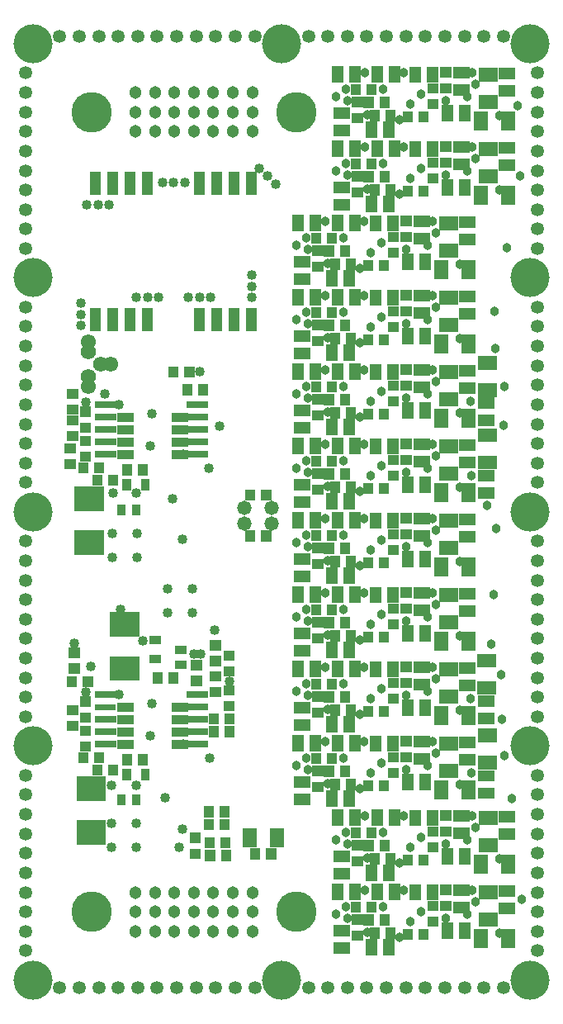
<source format=gbr>
G04 start of page 12 for group -4062 idx -4062 *
G04 Title: HETPREAMPS, soldermask *
G04 Creator: pcb 1.99z *
G04 CreationDate: Do 09 Apr 2015 07:40:17 GMT UTC *
G04 For: stephan *
G04 Format: Gerber/RS-274X *
G04 PCB-Dimensions (mil): 2952.76 4724.41 *
G04 PCB-Coordinate-Origin: lower left *
%MOIN*%
%FSLAX25Y25*%
%LNBOTTOMMASK*%
%ADD190R,0.0260X0.0260*%
%ADD189R,0.0360X0.0360*%
%ADD188R,0.0240X0.0240*%
%ADD187R,0.0987X0.0987*%
%ADD186R,0.0340X0.0340*%
%ADD185R,0.0420X0.0420*%
%ADD184R,0.0560X0.0560*%
%ADD183R,0.0410X0.0410*%
%ADD182R,0.0460X0.0460*%
%ADD181C,0.0610*%
%ADD180C,0.0580*%
%ADD179C,0.0400*%
%ADD178C,0.0380*%
%ADD177C,0.0613*%
%ADD176C,0.1575*%
%ADD175C,0.0531*%
%ADD174C,0.1635*%
%ADD173C,0.0513*%
G54D173*X135828Y66930D03*
X127954D03*
X120080D03*
G54D174*X153544Y74804D03*
G54D173*X135828D03*
X127954Y82678D03*
X120080D03*
X112206D03*
X104331D03*
X135828D03*
X127954Y74804D03*
X120080D03*
X112206D03*
X104331D03*
X96457D03*
X112206Y66930D03*
X104331D03*
X96457D03*
X88583D03*
Y82678D03*
Y74804D03*
X96457Y82678D03*
G54D174*X70867Y74804D03*
G54D175*X58071Y44291D03*
X65945D03*
X73819D03*
X81693D03*
X89567D03*
G54D176*X47244Y47244D03*
G54D175*X97441Y44291D03*
X105315D03*
X113189D03*
X121063D03*
X128937D03*
X136811D03*
X158465D03*
G54D176*X147638Y47244D03*
G54D175*X44291Y59055D03*
Y66929D03*
Y74803D03*
Y82677D03*
Y90551D03*
Y98425D03*
Y106299D03*
Y114173D03*
G54D174*X70865Y397638D03*
G54D175*X58071Y428150D03*
X65945D03*
X73819D03*
G54D173*X112204Y405512D03*
Y397638D03*
X120078Y405512D03*
Y397638D03*
Y389764D03*
X127952Y405512D03*
Y397638D03*
Y389764D03*
X135826Y405512D03*
Y397638D03*
G54D174*X153543D03*
G54D173*X135826Y389764D03*
G54D175*X250984D03*
Y397638D03*
Y405512D03*
Y413386D03*
G54D173*X112204Y389764D03*
X88582Y405512D03*
X96456D03*
X88582Y397638D03*
X104330Y405512D03*
X96456Y397638D03*
X104330D03*
X96456Y389764D03*
X104330D03*
X88582D03*
G54D175*X81693Y428150D03*
X89567D03*
X97441D03*
X105315D03*
X113189D03*
X121063D03*
X128937D03*
X136811D03*
X158465D03*
G54D176*X147638Y425197D03*
G54D175*X166339Y428150D03*
X174213D03*
X182087D03*
X189961D03*
X197835D03*
X205709D03*
X213583D03*
X221457D03*
X229331D03*
X237205D03*
G54D176*X248031Y425197D03*
G54D175*X166339Y44291D03*
X174213D03*
X182087D03*
X189961D03*
X197835D03*
X205709D03*
X213583D03*
X221457D03*
X229331D03*
X237205D03*
X250984Y59055D03*
Y66929D03*
Y74803D03*
Y82677D03*
Y90551D03*
Y98425D03*
Y106299D03*
G54D176*X248031Y47244D03*
G54D175*X250984Y114173D03*
Y122047D03*
Y129921D03*
Y153543D03*
G54D176*X248031Y141732D03*
G54D175*X250984Y161417D03*
Y169291D03*
Y177165D03*
Y185039D03*
Y192913D03*
Y200787D03*
Y208661D03*
Y216535D03*
Y224409D03*
G54D176*X248031Y236220D03*
G54D175*X250984Y248031D03*
Y255906D03*
Y263780D03*
Y271654D03*
Y279528D03*
Y287402D03*
Y295276D03*
Y303150D03*
Y311024D03*
Y318898D03*
Y342520D03*
Y350394D03*
G54D176*X248031Y330709D03*
G54D175*X250984Y358268D03*
Y366142D03*
Y374016D03*
Y381890D03*
X44291Y122047D03*
Y129921D03*
Y153543D03*
Y161417D03*
Y169291D03*
G54D176*X47244Y141732D03*
G54D175*X44291Y177165D03*
Y185039D03*
Y192913D03*
Y200787D03*
Y208661D03*
Y216535D03*
Y224409D03*
G54D176*X47244Y236220D03*
Y330709D03*
Y425197D03*
G54D175*X44291Y248031D03*
Y255906D03*
Y263780D03*
Y271654D03*
Y279528D03*
Y287402D03*
G54D177*X69500Y290941D03*
X74500Y295941D03*
X69500Y300941D03*
G54D175*X44291Y295276D03*
Y303150D03*
Y311024D03*
Y318898D03*
Y342520D03*
Y350394D03*
Y358268D03*
Y366142D03*
Y374016D03*
Y381890D03*
Y389764D03*
Y397638D03*
Y405512D03*
Y413386D03*
G54D178*X237500Y137941D03*
X210000Y138941D03*
X219500Y156191D03*
X188000Y134691D03*
X198000Y132191D03*
X206500Y133691D03*
X183750Y130941D03*
X240500Y120441D03*
X244750Y79691D03*
X235500Y96191D03*
X195250Y64441D03*
X235500Y66191D03*
X224500Y83441D03*
X197000D03*
X222500Y73691D03*
X226000Y78941D03*
X214000Y72191D03*
X204000Y74691D03*
Y104691D03*
X195250Y94441D03*
X199750Y100941D03*
X214000Y102191D03*
X224500Y113441D03*
X226000Y108941D03*
X222500Y103691D03*
X219500Y126191D03*
X199750Y70941D03*
X182250Y66441D03*
X188750Y76691D03*
X197000Y113441D03*
X188750Y106691D03*
X182250Y96441D03*
X181250Y83441D03*
X173500Y76941D03*
X174250Y72191D03*
X169750Y73691D03*
Y103691D03*
X174250Y102191D03*
X173500Y106941D03*
X181250Y113441D03*
X179250Y124441D03*
G54D179*X100500Y120691D03*
G54D178*X166250Y126441D03*
G54D179*X108000Y142441D03*
X118500Y136941D03*
X107500Y108191D03*
X89000Y110441D03*
X106250Y100941D03*
X89000Y100691D03*
X94750Y145941D03*
X79000Y100691D03*
Y110441D03*
G54D178*X224000Y280941D03*
X224250Y250941D03*
Y130941D03*
X224000Y160941D03*
X237500Y286941D03*
X237250Y271191D03*
X230750Y238941D03*
X234250Y229441D03*
X233250Y202691D03*
X232250Y182941D03*
X236250Y170441D03*
X236500Y152441D03*
X243000Y400191D03*
X244000Y371691D03*
X238750Y342691D03*
X233500Y317191D03*
X234000Y302191D03*
X235500Y366191D03*
Y396191D03*
X224500Y383441D03*
Y413441D03*
X226000Y408941D03*
X222500Y403691D03*
X226000Y378941D03*
X222500Y373691D03*
X153750Y133691D03*
Y163691D03*
X158250Y162191D03*
Y132191D03*
X157500Y136941D03*
X172750Y136691D03*
X157500Y166941D03*
X165250Y173441D03*
X172750Y166691D03*
X166250Y156441D03*
G54D179*X79000Y125941D03*
X89000D03*
X126500Y167941D03*
X70750Y173691D03*
X68500Y163441D03*
X82000Y162441D03*
X95250Y158941D03*
G54D178*X181000Y143441D03*
X208500D03*
X165250D03*
X181000Y173441D03*
X208500D03*
X179250Y154441D03*
X188000Y164691D03*
X198000Y162191D03*
X210000Y168941D03*
X206500Y163691D03*
X183750Y160941D03*
X153750Y193691D03*
X158250Y192191D03*
X157500Y196941D03*
X165250Y203441D03*
X172750Y196691D03*
X166250Y186441D03*
X181000Y203441D03*
X179250Y184441D03*
X181000Y233441D03*
X179250Y214441D03*
X153750Y223691D03*
X158250Y222191D03*
X157500Y226941D03*
X165250Y233441D03*
X172750Y226691D03*
X166250Y216441D03*
G54D180*X143750Y231441D03*
Y237941D03*
X132750Y231441D03*
Y237941D03*
G54D179*X82500Y196691D03*
X64000Y183191D03*
X91500Y184191D03*
X115000Y178691D03*
X120750Y188441D03*
X112250Y178691D03*
X111750Y195441D03*
Y205191D03*
X101750D03*
X107500Y225191D03*
X101750Y195441D03*
X79750Y243691D03*
X79250Y217691D03*
Y227441D03*
X89000Y243691D03*
X89250Y227441D03*
Y217691D03*
X103500Y241441D03*
X108000Y259441D03*
X94750Y262941D03*
X118250Y253941D03*
X122500Y270691D03*
G54D178*X219500Y186191D03*
Y216191D03*
Y246191D03*
Y276191D03*
X188000Y194691D03*
X198000Y192191D03*
X208500Y203441D03*
X210000Y198941D03*
X206500Y193691D03*
X183750Y190941D03*
X210000Y228941D03*
X206500Y223691D03*
X153750Y253691D03*
Y283691D03*
X158250Y282191D03*
Y252191D03*
X157500Y256941D03*
X165250Y263441D03*
X172750Y256691D03*
X166250Y246441D03*
X181000Y263441D03*
X179250Y244441D03*
X181000Y293441D03*
X179250Y274441D03*
X188000Y224691D03*
X183750Y220941D03*
X188000Y254691D03*
X183750Y250941D03*
X188000Y284691D03*
X183750Y280941D03*
X198000Y222191D03*
Y252191D03*
Y282191D03*
X208500Y233441D03*
Y263441D03*
X210000Y258941D03*
X206500Y253691D03*
X208500Y293441D03*
X210000Y288941D03*
X206500Y283691D03*
X157500Y286941D03*
X153750Y313691D03*
X158250Y312191D03*
X157500Y316941D03*
X153750Y343691D03*
X158250Y342191D03*
X165250Y293441D03*
X166250Y276441D03*
X165250Y323441D03*
X166250Y306441D03*
Y336441D03*
X172750Y286691D03*
Y316691D03*
X181000Y323441D03*
X179250Y304441D03*
X181000Y353441D03*
X179250Y334441D03*
X219500Y306191D03*
Y336191D03*
X188000Y314691D03*
X183750Y310941D03*
X188000Y344691D03*
X183750Y340941D03*
X198000Y312191D03*
X208500Y323441D03*
X210000Y318941D03*
X206500Y313691D03*
X198000Y342191D03*
X208500Y353441D03*
X210000Y348941D03*
X206500Y343691D03*
X157500Y346941D03*
X172750Y346691D03*
X165250Y353441D03*
X169750Y373691D03*
X174250Y372191D03*
X173500Y376941D03*
X169750Y403691D03*
X174250Y402191D03*
X173500Y406941D03*
G54D179*X138750Y374691D03*
X142000Y371691D03*
X145250Y368441D03*
G54D178*X197000Y383441D03*
X195250Y364441D03*
X181250Y383441D03*
X188750Y376691D03*
X182250Y366441D03*
X204000Y374691D03*
X214000Y372191D03*
X199750Y370941D03*
X197000Y413441D03*
X204000Y404691D03*
X188750Y406691D03*
X199750Y400941D03*
X214000Y402191D03*
X195250Y394441D03*
X182250Y396441D03*
X181250Y413441D03*
G54D179*X108500Y369191D03*
X104000D03*
X99500D03*
X78000Y360191D03*
X73500D03*
X69000D03*
X119000Y322691D03*
X135500D03*
Y327191D03*
Y331691D03*
X114500Y322691D03*
Y292691D03*
X110000Y322691D03*
X98000D03*
X93500D03*
X89000D03*
X66500Y311441D03*
Y315941D03*
Y320441D03*
X82000Y279441D03*
X95250Y275941D03*
X68500Y280441D03*
X76250Y283691D03*
G54D181*X69500Y286941D03*
Y304941D03*
X78500Y295941D03*
G54D182*X171000Y397191D02*X173000D01*
G54D183*X185300Y396391D02*Y395991D01*
X191700Y396391D02*Y395991D01*
X178050Y395241D02*X178450D01*
G54D182*X184000Y391441D02*Y389441D01*
X191000Y391441D02*Y389441D01*
X171000Y390191D02*X173000D01*
X177250Y353941D02*Y351941D01*
Y383941D02*Y381941D01*
G54D183*X177550Y376891D02*Y376491D01*
G54D182*X170250Y383941D02*Y381941D01*
X171000Y360191D02*X173000D01*
G54D183*X178050Y371641D02*X178450D01*
X178050Y365241D02*X178450D01*
G54D182*X192750Y353691D02*Y351691D01*
X185750Y353691D02*Y351691D01*
G54D183*X185300Y366391D02*Y365991D01*
G54D182*X184000Y361441D02*Y359441D01*
X191000Y361441D02*Y359441D01*
X161250Y353941D02*Y351941D01*
X154250Y353941D02*Y351941D01*
X170250Y353941D02*Y351941D01*
X171000Y367191D02*X173000D01*
X193250Y383941D02*Y381941D01*
X186250Y383941D02*Y381941D01*
G54D183*X183950Y376891D02*Y376491D01*
X189200Y371641D02*Y371241D01*
X182800Y371641D02*Y371241D01*
X191700Y366391D02*Y365991D01*
G54D182*X177250Y413941D02*Y411941D01*
G54D183*X177550Y406891D02*Y406491D01*
X183950Y406891D02*Y406491D01*
X178050Y401641D02*X178450D01*
G54D182*X170250Y413941D02*Y411941D01*
X193250Y413941D02*Y411941D01*
X186250Y413941D02*Y411941D01*
G54D183*X189200Y401641D02*Y401241D01*
X182800Y401641D02*Y401241D01*
G54D184*X230000Y382691D02*X232000D01*
X230000Y371691D02*X232000D01*
G54D182*X237750Y383191D02*X239750D01*
X237750Y376191D02*X239750D01*
G54D184*X239250Y394941D02*Y392941D01*
G54D182*X237750Y406191D02*X239750D01*
X221750Y353191D02*X223750D01*
G54D184*X228250Y364941D02*Y362941D01*
X239250Y364941D02*Y362941D01*
X214000Y352691D02*X216000D01*
G54D183*X197800Y353641D02*X198200D01*
G54D182*X203250Y353441D02*X205250D01*
G54D183*X198550Y365891D02*Y365491D01*
X204950Y365891D02*Y365491D01*
X208550Y370741D02*X208950D01*
G54D182*X221750Y368191D02*Y366191D01*
X214750Y368191D02*Y366191D01*
X219250Y376441D02*X221250D01*
X219250Y383441D02*X221250D01*
G54D183*X213800Y377241D02*X214200D01*
X208550Y377141D02*X208950D01*
X213800Y383641D02*X214200D01*
G54D182*X201750Y383691D02*Y381691D01*
X208750Y383691D02*Y381691D01*
X214750Y398191D02*Y396191D01*
G54D183*X213800Y407241D02*X214200D01*
X208550Y407141D02*X208950D01*
X208550Y400741D02*X208950D01*
X198550Y395891D02*Y395491D01*
X204950Y395891D02*Y395491D01*
X213800Y413641D02*X214200D01*
G54D182*X219250Y413441D02*X221250D01*
X201750Y413691D02*Y411691D01*
X208750Y413691D02*Y411691D01*
G54D184*X228250Y394941D02*Y392941D01*
G54D182*X221750Y398191D02*Y396191D01*
X219250Y406441D02*X221250D01*
G54D184*X230000Y412691D02*X232000D01*
G54D182*X237750Y413191D02*X239750D01*
G54D184*X230000Y401691D02*X232000D01*
G54D185*X72500Y371441D02*Y366441D01*
X79500Y371441D02*Y366441D01*
X86500Y371441D02*Y366441D01*
X93500Y371441D02*Y366441D01*
X114500Y371441D02*Y366441D01*
X121500Y371441D02*Y366441D01*
X128500Y371441D02*Y366441D01*
X135500Y371441D02*Y366441D01*
G54D182*X161250Y173941D02*Y171941D01*
X154250Y173941D02*Y171941D01*
X155000Y180191D02*X157000D01*
G54D183*X161550Y166891D02*Y166491D01*
X162050Y161641D02*X162450D01*
X162050Y155241D02*X162450D01*
G54D182*X155000Y157191D02*X157000D01*
X155000Y150191D02*X157000D01*
G54D183*X167950Y136891D02*Y136491D01*
X166800Y131641D02*Y131241D01*
G54D182*X168000Y121441D02*Y119441D01*
G54D183*X173200Y131641D02*Y131241D01*
X169300Y126391D02*Y125991D01*
G54D182*X168000Y181441D02*Y179441D01*
X175000Y181441D02*Y179441D01*
X161250Y143941D02*Y141941D01*
X154250Y143941D02*Y141941D01*
G54D183*X161550Y136891D02*Y136491D01*
X162050Y131641D02*X162450D01*
X162050Y125241D02*X162450D01*
G54D182*X155000Y127191D02*X157000D01*
X155000Y120191D02*X157000D01*
G54D184*X229750Y134941D02*X231750D01*
G54D182*X229250Y129691D02*X231250D01*
X229250Y152941D02*X231250D01*
G54D184*X229750Y145941D02*X231750D01*
X223250Y154941D02*Y152941D01*
X214000Y131691D02*X216000D01*
G54D182*X221750Y143191D02*X223750D01*
X221750Y136191D02*X223750D01*
G54D183*X183950Y106891D02*Y106491D01*
X213800Y107241D02*X214200D01*
X208550Y107141D02*X208950D01*
G54D182*X193250Y113941D02*Y111941D01*
X201750Y113691D02*Y111691D01*
G54D183*X213800Y113641D02*X214200D01*
G54D182*X219250Y113441D02*X221250D01*
X208750Y113691D02*Y111691D01*
G54D184*X223250Y124941D02*Y122941D01*
G54D183*X197800Y137241D02*X198200D01*
X197800Y143641D02*X198200D01*
G54D182*X203250Y136441D02*X205250D01*
X203250Y143441D02*X205250D01*
X192750Y143691D02*Y141691D01*
G54D183*X192550Y137141D02*X192950D01*
X192550Y130741D02*X192950D01*
G54D184*X212250Y124941D02*Y122941D01*
G54D182*X205750Y128191D02*Y126191D01*
X198750Y128191D02*Y126191D01*
G54D184*X229500Y165191D02*X231500D01*
G54D182*X229250Y159941D02*X231250D01*
G54D184*X214000Y142691D02*X216000D01*
X212250Y154941D02*Y152941D01*
X214000Y161691D02*X216000D01*
G54D182*X221750Y166191D02*X223750D01*
X198750Y158191D02*Y156191D01*
G54D183*X197800Y167241D02*X198200D01*
X197800Y173641D02*X198200D01*
G54D182*X192750Y173691D02*Y171691D01*
G54D183*X192550Y167141D02*X192950D01*
X192550Y160741D02*X192950D01*
G54D184*X229500Y176191D02*X231500D01*
G54D182*X221750Y173191D02*X223750D01*
X205750Y158191D02*Y156191D01*
X203250Y166441D02*X205250D01*
X203250Y173441D02*X205250D01*
G54D184*X214000Y172691D02*X216000D01*
X212250Y184941D02*Y182941D01*
X223250Y184941D02*Y182941D01*
G54D182*X177250Y113941D02*Y111941D01*
X170250Y113941D02*Y111941D01*
X186250Y113941D02*Y111941D01*
G54D183*X177550Y106891D02*Y106491D01*
G54D182*X177250Y143941D02*Y141941D01*
X185750Y143691D02*Y141691D01*
G54D183*X182550Y155891D02*Y155491D01*
X188950Y155891D02*Y155491D01*
G54D182*X175000Y151441D02*Y149441D01*
X170250Y143941D02*Y141941D01*
G54D183*X175700Y126391D02*Y125991D01*
X182550Y125891D02*Y125491D01*
X188950Y125891D02*Y125491D01*
G54D182*X175000Y121441D02*Y119441D01*
X168000Y151441D02*Y149441D01*
X177250Y173941D02*Y171941D01*
X185750Y173691D02*Y171691D01*
X170250Y173941D02*Y171941D01*
G54D183*X167950Y166891D02*Y166491D01*
X166800Y161641D02*Y161241D01*
X173200Y161641D02*Y161241D01*
X169300Y156391D02*Y155991D01*
X175700Y156391D02*Y155991D01*
X113050Y167991D02*X113450D01*
X113050Y174391D02*X113450D01*
G54D186*X106300Y180641D02*X107500D01*
X106300Y174641D02*X107500D01*
G54D183*X103950Y169391D02*Y168991D01*
X120300Y147641D02*Y147241D01*
X126700Y147641D02*Y147241D01*
X120300Y152891D02*Y152491D01*
X126700Y152891D02*Y152491D01*
X126300Y157741D02*X126700D01*
X126300Y164141D02*X126700D01*
X120800Y169891D02*X121200D01*
X120800Y163491D02*X121200D01*
X120800Y182391D02*X121200D01*
X120800Y175991D02*X121200D01*
X126300Y171741D02*X126700D01*
X126300Y178141D02*X126700D01*
X63800Y179391D02*X64200D01*
G54D187*X83266Y173083D02*X85234D01*
G54D183*X63800Y172991D02*X64200D01*
X69450Y167891D02*Y167491D01*
X63050Y167891D02*Y167491D01*
G54D186*X96100Y184441D02*X97300D01*
X96100Y176841D02*X97300D01*
G54D183*X97550Y169391D02*Y168991D01*
X79700Y132141D02*Y131741D01*
X85300Y136391D02*Y135991D01*
X91700Y136391D02*Y135991D01*
X68300Y159641D02*X68700D01*
X68300Y153241D02*X68700D01*
G54D188*X73500Y157441D02*X79500D01*
G54D189*X83250Y147441D02*X86250D01*
X83250Y152441D02*X86250D01*
X83250Y142441D02*X86250D01*
X83250Y157441D02*X86250D01*
G54D190*X73500Y162441D02*X79500D01*
G54D189*X105250Y142441D02*X108250D01*
G54D190*X110500Y162441D02*X116500D01*
X110500Y157441D02*X116500D01*
G54D189*X105250Y152441D02*X108250D01*
X105250Y147441D02*X108250D01*
X105250Y157441D02*X108250D01*
G54D183*X73300Y132141D02*Y131741D01*
X73950Y137141D02*Y136741D01*
G54D187*X69766Y124549D02*X71734D01*
G54D183*X67550Y137141D02*Y136741D01*
X68300Y147891D02*X68700D01*
X68300Y141491D02*X68700D01*
X63050Y156141D02*X63450D01*
X63050Y149741D02*X63450D01*
G54D190*X73500Y142441D02*X79500D01*
X73500Y147441D02*X79500D01*
X73500Y152441D02*X79500D01*
X110500Y147441D02*X116500D01*
X110500Y142441D02*X116500D01*
X110500Y152441D02*X116500D01*
G54D186*X92750Y130841D02*Y129641D01*
X85150Y130841D02*Y129641D01*
G54D187*X69766Y106833D02*X71734D01*
G54D186*X88950Y120641D02*Y119441D01*
X82950Y120641D02*Y119441D01*
G54D183*X112550Y98241D02*X112950D01*
X118800Y97641D02*Y97241D01*
X125200Y97641D02*Y97241D01*
X137050Y98391D02*Y97991D01*
X143450Y98391D02*Y97991D01*
X112550Y104641D02*X112950D01*
G54D184*X145750Y105691D02*Y103691D01*
X134750Y105691D02*Y103691D01*
G54D183*X118550Y102891D02*Y102491D01*
X118300Y110141D02*Y109741D01*
X124950Y102891D02*Y102491D01*
X124700Y110141D02*Y109741D01*
X118300Y115391D02*Y114991D01*
X124700Y115391D02*Y114991D01*
G54D184*X230000Y101691D02*X232000D01*
X228250Y94941D02*Y92941D01*
X239250Y94941D02*Y92941D01*
G54D182*X229250Y122691D02*X231250D01*
G54D184*X230000Y112691D02*X232000D01*
G54D182*X237750Y113191D02*X239750D01*
X237750Y106191D02*X239750D01*
X221750Y98191D02*Y96191D01*
X219250Y106441D02*X221250D01*
X237750Y83191D02*X239750D01*
X237750Y76191D02*X239750D01*
G54D184*X239250Y64941D02*Y62941D01*
X230000Y82691D02*X232000D01*
X230000Y71691D02*X232000D01*
G54D182*X221750Y68191D02*Y66191D01*
G54D184*X228250Y64941D02*Y62941D01*
G54D182*X219250Y76441D02*X221250D01*
X219250Y83441D02*X221250D01*
X171000Y97191D02*X173000D01*
X171000Y90191D02*X173000D01*
G54D183*X178050Y95241D02*X178450D01*
G54D182*X171000Y67191D02*X173000D01*
X171000Y60191D02*X173000D01*
G54D183*X178050Y71641D02*X178450D01*
X177550Y76891D02*Y76491D01*
X178050Y65241D02*X178450D01*
G54D182*X177250Y83941D02*Y81941D01*
X184000Y61441D02*Y59441D01*
X191000Y61441D02*Y59441D01*
G54D183*X185300Y66391D02*Y65991D01*
X191700Y66391D02*Y65991D01*
X183950Y76891D02*Y76491D01*
X189200Y71641D02*Y71241D01*
X182800Y71641D02*Y71241D01*
G54D182*X193250Y83941D02*Y81941D01*
X186250Y83941D02*Y81941D01*
X170250Y83941D02*Y81941D01*
G54D183*X198550Y65891D02*Y65491D01*
G54D182*X201750Y83691D02*Y81691D01*
G54D183*X213800Y77241D02*X214200D01*
G54D182*X214750Y68191D02*Y66191D01*
G54D183*X208550Y77141D02*X208950D01*
X208550Y70741D02*X208950D01*
X204950Y65891D02*Y65491D01*
X189200Y101641D02*Y101241D01*
X182800Y101641D02*Y101241D01*
X178050Y101641D02*X178450D01*
X185300Y96391D02*Y95991D01*
G54D182*X184000Y91441D02*Y89441D01*
G54D183*X191700Y96391D02*Y95991D01*
G54D182*X191000Y91441D02*Y89441D01*
G54D183*X198550Y95891D02*Y95491D01*
X213800Y83641D02*X214200D01*
G54D182*X208750Y83691D02*Y81691D01*
G54D183*X204950Y95891D02*Y95491D01*
X208550Y100741D02*X208950D01*
G54D182*X214750Y98191D02*Y96191D01*
G54D183*X67550Y254141D02*Y253741D01*
X62050Y255491D02*X62450D01*
X62050Y261891D02*X62450D01*
G54D189*X83250Y274441D02*X86250D01*
G54D187*X69016Y223833D02*X70984D01*
G54D183*X68300Y276641D02*X68700D01*
X68300Y270241D02*X68700D01*
X68300Y264891D02*X68700D01*
X68300Y258491D02*X68700D01*
X73950Y254141D02*Y253741D01*
G54D190*X73500Y279441D02*X79500D01*
G54D183*X63050Y273141D02*X63450D01*
X63050Y266741D02*X63450D01*
G54D186*X85150Y247841D02*Y246641D01*
X82950Y237641D02*Y236441D01*
G54D183*X85300Y253391D02*Y252991D01*
X79700Y249141D02*Y248741D01*
G54D187*X83266Y190799D02*X85234D01*
G54D189*X83250Y264441D02*X86250D01*
X83250Y269441D02*X86250D01*
X83250Y259441D02*X86250D01*
G54D183*X73300Y249141D02*Y248741D01*
G54D187*X69016Y241549D02*X70984D01*
G54D185*X93500Y316441D02*Y311441D01*
X86500Y316441D02*Y311441D01*
X79500Y316441D02*Y311441D01*
X72500Y316441D02*Y311441D01*
X135500Y316441D02*Y311441D01*
X128500Y316441D02*Y311441D01*
X121500Y316441D02*Y311441D01*
X114500Y316441D02*Y311441D01*
G54D183*X110450Y292891D02*Y292491D01*
G54D190*X110500Y264441D02*X116500D01*
X110500Y259441D02*X116500D01*
G54D189*X105250D02*X108250D01*
X105250Y264441D02*X108250D01*
G54D183*X109550Y285641D02*Y285241D01*
X115950Y285641D02*Y285241D01*
G54D190*X110500Y279441D02*X116500D01*
X110500Y274441D02*X116500D01*
X110500Y269441D02*X116500D01*
G54D189*X105250D02*X108250D01*
X105250Y274441D02*X108250D01*
G54D183*X104050Y292891D02*Y292491D01*
X63050Y283891D02*X63450D01*
X63050Y277491D02*X63450D01*
G54D190*X73500Y259441D02*X79500D01*
X73500Y264441D02*X79500D01*
X73500Y269441D02*X79500D01*
X73500Y274441D02*X79500D01*
G54D186*X88950Y237641D02*Y236441D01*
G54D183*X91700Y253391D02*Y252991D01*
G54D186*X92750Y247841D02*Y246641D01*
G54D183*X141450Y243141D02*Y242741D01*
X135050Y243141D02*Y242741D01*
Y226641D02*Y226241D01*
X141450Y226641D02*Y226241D01*
G54D182*X154250Y203941D02*Y201941D01*
Y233941D02*Y231941D01*
X161250Y203941D02*Y201941D01*
G54D183*X161550Y196891D02*Y196491D01*
G54D182*X155000Y240191D02*X157000D01*
G54D183*X162050Y245241D02*X162450D01*
G54D182*X177250Y203941D02*Y201941D01*
X170250Y203941D02*Y201941D01*
X168000Y211441D02*Y209441D01*
X175000Y211441D02*Y209441D01*
X185750Y203691D02*Y201691D01*
G54D183*X169300Y186391D02*Y185991D01*
G54D182*X155000Y187191D02*X157000D01*
G54D183*X162050Y191641D02*X162450D01*
X162050Y185241D02*X162450D01*
X175700Y186391D02*Y185991D01*
X182550Y185891D02*Y185491D01*
X167950Y196891D02*Y196491D01*
X173200Y191641D02*Y191241D01*
X166800Y191641D02*Y191241D01*
X169300Y246391D02*Y245991D01*
X175700Y246391D02*Y245991D01*
X182550Y245891D02*Y245491D01*
G54D182*X168000Y241441D02*Y239441D01*
X175000Y241441D02*Y239441D01*
X221750Y196191D02*X223750D01*
X221750Y203191D02*X223750D01*
G54D184*X223250Y244941D02*Y242941D01*
X214000Y202691D02*X216000D01*
X214000Y191691D02*X216000D01*
G54D182*X203250Y196441D02*X205250D01*
G54D183*X197800Y197241D02*X198200D01*
G54D182*X203250Y203441D02*X205250D01*
G54D183*X197800Y203641D02*X198200D01*
G54D182*X192750Y203691D02*Y201691D01*
G54D183*X192550Y197141D02*X192950D01*
G54D182*X205750Y188191D02*Y186191D01*
X198750Y188191D02*Y186191D01*
G54D183*X188950Y185891D02*Y185491D01*
X192550Y190741D02*X192950D01*
G54D184*X212250Y244941D02*Y242941D01*
G54D183*X188950Y245891D02*Y245491D01*
G54D184*X223250Y214941D02*Y212941D01*
G54D182*X221750Y226191D02*X223750D01*
G54D184*X212250Y214941D02*Y212941D01*
X214000Y221691D02*X216000D01*
G54D182*X229250Y250941D02*X231250D01*
X229250Y243941D02*X231250D01*
G54D184*X214000Y232691D02*X216000D01*
G54D182*X221750Y233191D02*X223750D01*
G54D184*X214000Y251691D02*X216000D01*
G54D182*X205750Y248191D02*Y246191D01*
X198750Y248191D02*Y246191D01*
G54D183*X192550Y250741D02*X192950D01*
G54D182*X205750Y218191D02*Y216191D01*
X198750Y218191D02*Y216191D01*
X203250Y233441D02*X205250D01*
G54D183*X197800Y227241D02*X198200D01*
X197800Y233641D02*X198200D01*
G54D182*X203250Y226441D02*X205250D01*
X177250Y233941D02*Y231941D01*
X170250Y233941D02*Y231941D01*
G54D183*X167950Y226891D02*Y226491D01*
X166800Y221641D02*Y221241D01*
G54D182*X185750Y233691D02*Y231691D01*
X192750Y233691D02*Y231691D01*
G54D183*X173200Y221641D02*Y221241D01*
X169300Y216391D02*Y215991D01*
X175700Y216391D02*Y215991D01*
X182550Y215891D02*Y215491D01*
X162050Y221641D02*X162450D01*
X162050Y215241D02*X162450D01*
X188950Y215891D02*Y215491D01*
X192550Y227141D02*X192950D01*
X192550Y220741D02*X192950D01*
G54D182*X161250Y233941D02*Y231941D01*
G54D183*X161550Y226891D02*Y226491D01*
G54D182*X155000Y217191D02*X157000D01*
X155000Y210191D02*X157000D01*
X154250Y263941D02*Y261941D01*
X155000Y277191D02*X157000D01*
X155000Y270191D02*X157000D01*
G54D183*X162050Y275241D02*X162450D01*
G54D182*X170250Y263941D02*Y261941D01*
X161250Y263941D02*Y261941D01*
G54D183*X161550Y256891D02*Y256491D01*
G54D182*X155000Y247191D02*X157000D01*
G54D183*X162050Y251641D02*X162450D01*
X167950Y256891D02*Y256491D01*
X173200Y251641D02*Y251241D01*
X166800Y251641D02*Y251241D01*
G54D182*X161250Y323941D02*Y321941D01*
X154250Y323941D02*Y321941D01*
X155000Y330191D02*X157000D01*
X155000Y337191D02*X157000D01*
G54D183*X162050Y335241D02*X162450D01*
X161550Y346891D02*Y346491D01*
X162050Y341641D02*X162450D01*
G54D182*X161250Y293941D02*Y291941D01*
X154250Y293941D02*Y291941D01*
G54D183*X161550Y286891D02*Y286491D01*
X162050Y281641D02*X162450D01*
G54D182*X155000Y300191D02*X157000D01*
X155000Y307191D02*X157000D01*
G54D183*X161550Y316891D02*Y316491D01*
X162050Y311641D02*X162450D01*
X162050Y305241D02*X162450D01*
X167950Y346891D02*Y346491D01*
X192550Y347141D02*X192950D01*
X182550Y335891D02*Y335491D01*
X188950Y335891D02*Y335491D01*
X192550Y340741D02*X192950D01*
X173200Y341641D02*Y341241D01*
X175700Y336391D02*Y335991D01*
X166800Y341641D02*Y341241D01*
X169300Y336391D02*Y335991D01*
G54D182*X168000Y331441D02*Y329441D01*
X175000Y331441D02*Y329441D01*
G54D184*X229750Y296441D02*X231750D01*
X229750Y285441D02*X231750D01*
G54D182*X229250Y280191D02*X231250D01*
G54D184*X223250Y304941D02*Y302941D01*
X214000Y311691D02*X216000D01*
G54D182*X229250Y273191D02*X231250D01*
G54D184*X229750Y256191D02*X231750D01*
X229750Y267191D02*X231750D01*
G54D182*X221750Y263191D02*X223750D01*
X221750Y256191D02*X223750D01*
G54D184*X223250Y274941D02*Y272941D01*
X214000Y292691D02*X216000D01*
X214000Y281691D02*X216000D01*
G54D182*X221750Y293191D02*X223750D01*
X221750Y286191D02*X223750D01*
G54D184*X214000Y322691D02*X216000D01*
X212250Y334941D02*Y332941D01*
G54D182*X221750Y323191D02*X223750D01*
X221750Y316191D02*X223750D01*
G54D184*X223250Y334941D02*Y332941D01*
G54D182*X221750Y346191D02*X223750D01*
G54D184*X214000Y341691D02*X216000D01*
G54D182*X205750Y338191D02*Y336191D01*
X198750Y338191D02*Y336191D01*
G54D183*X197800Y347241D02*X198200D01*
G54D182*X203250Y346441D02*X205250D01*
G54D184*X214000Y262691D02*X216000D01*
G54D182*X203250Y263441D02*X205250D01*
G54D183*X197800Y257241D02*X198200D01*
G54D182*X203250Y256441D02*X205250D01*
G54D183*X192550Y257141D02*X192950D01*
G54D182*X177250Y263941D02*Y261941D01*
G54D183*X197800Y263641D02*X198200D01*
G54D182*X185750Y263691D02*Y261691D01*
X192750Y263691D02*Y261691D01*
G54D184*X212250Y274941D02*Y272941D01*
G54D182*X205750Y278191D02*Y276191D01*
G54D183*X197800Y287241D02*X198200D01*
G54D182*X203250Y286441D02*X205250D01*
G54D183*X192550Y287141D02*X192950D01*
G54D182*X198750Y278191D02*Y276191D01*
G54D183*X173200Y281641D02*Y281241D01*
X175700Y276391D02*Y275991D01*
G54D182*X185750Y293691D02*Y291691D01*
G54D183*X182550Y275891D02*Y275491D01*
X188950Y275891D02*Y275491D01*
X192550Y280741D02*X192950D01*
G54D182*X177250Y293941D02*Y291941D01*
X170250Y293941D02*Y291941D01*
G54D183*X167950Y286891D02*Y286491D01*
X166800Y281641D02*Y281241D01*
X169300Y276391D02*Y275991D01*
G54D182*X168000Y271441D02*Y269441D01*
X175000Y271441D02*Y269441D01*
X168000Y301441D02*Y299441D01*
X175000Y301441D02*Y299441D01*
X177250Y323941D02*Y321941D01*
X170250Y323941D02*Y321941D01*
G54D183*X167950Y316891D02*Y316491D01*
X166800Y311641D02*Y311241D01*
X182550Y305891D02*Y305491D01*
X173200Y311641D02*Y311241D01*
X169300Y306391D02*Y305991D01*
X175700Y306391D02*Y305991D01*
X197800Y293641D02*X198200D01*
G54D182*X203250Y293441D02*X205250D01*
X192750Y293691D02*Y291691D01*
G54D184*X212250Y304941D02*Y302941D01*
G54D182*X198750Y308191D02*Y306191D01*
X205750Y308191D02*Y306191D01*
X203250Y316441D02*X205250D01*
X203250Y323441D02*X205250D01*
G54D183*X197800Y317241D02*X198200D01*
X192550Y317141D02*X192950D01*
X192550Y310741D02*X192950D01*
X197800Y323641D02*X198200D01*
G54D182*X185750Y323691D02*Y321691D01*
X192750Y323691D02*Y321691D01*
G54D183*X188950Y305891D02*Y305491D01*
M02*

</source>
